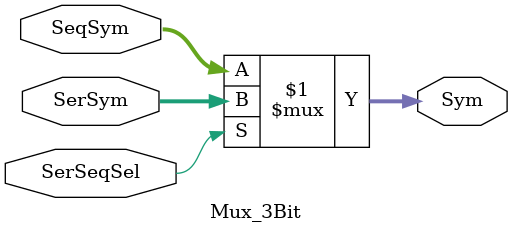
<source format=v>
module Mux_3Bit (
    input  wire [2:0] SeqSym,      // 3-bit input from sequence
    input  wire [2:0] SerSym,      // 3-bit input from serializer
    input  wire       SerSeqSel,   // Select line
    output wire [2:0] Sym          // 3-bit output
);

    assign Sym = SerSeqSel ? SerSym  : SeqSym;

endmodule


</source>
